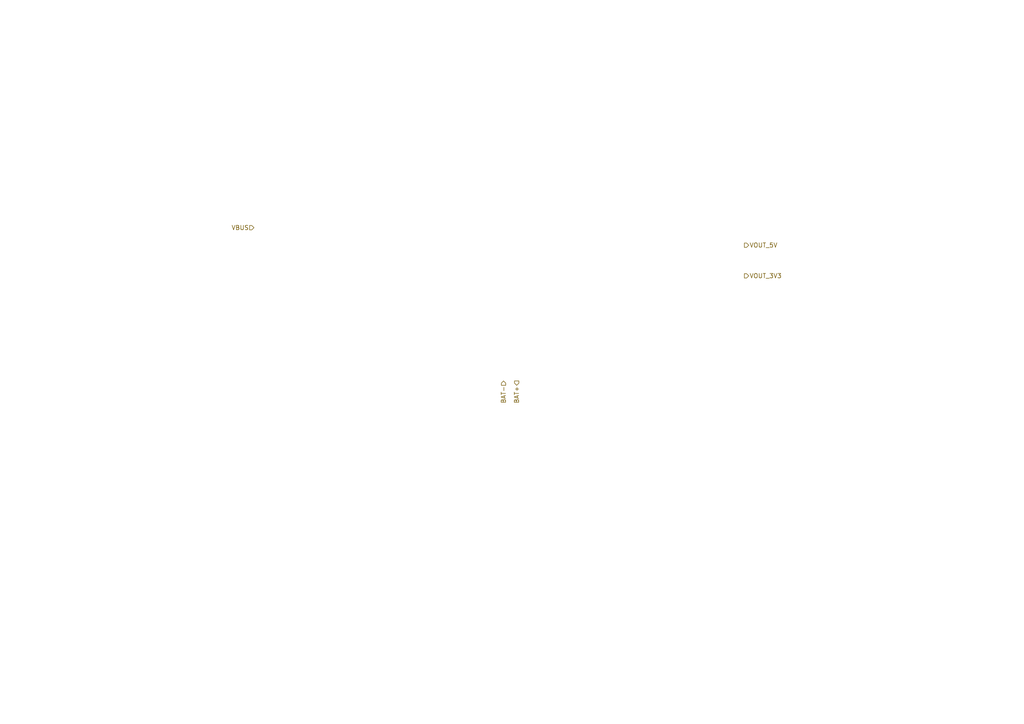
<source format=kicad_sch>
(kicad_sch (version 20211123) (generator eeschema)
  (paper "A4")
  (lib_symbols)
  (hierarchical_label "VBUS" (shape input) (at 73.66 66.04 180))
  (hierarchical_label "BAT+" (shape output) (at 149.86 110.49 270))
  (hierarchical_label "VOUT_3V3" (shape output) (at 215.9 80.01 0))
  (hierarchical_label "BAT-" (shape input) (at 146.05 110.49 270))
  (hierarchical_label "VOUT_5V" (shape output) (at 215.9 71.12 0))
)
</source>
